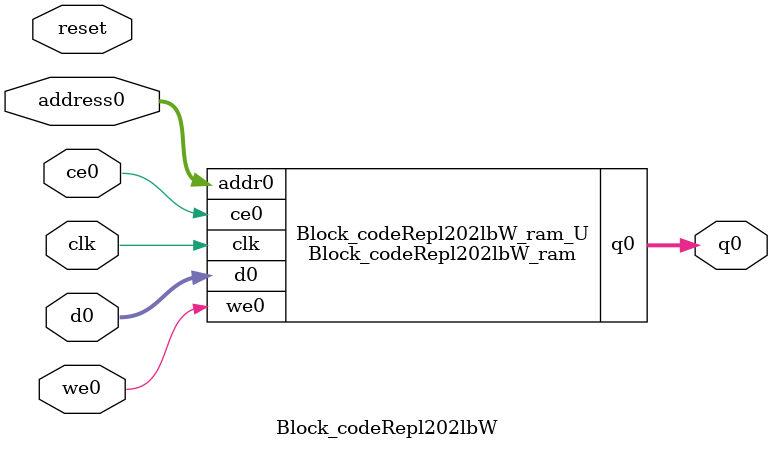
<source format=v>
`timescale 1 ns / 1 ps
module Block_codeRepl202lbW_ram (addr0, ce0, d0, we0, q0,  clk);

parameter DWIDTH = 5;
parameter AWIDTH = 8;
parameter MEM_SIZE = 162;

input[AWIDTH-1:0] addr0;
input ce0;
input[DWIDTH-1:0] d0;
input we0;
output reg[DWIDTH-1:0] q0;
input clk;

(* ram_style = "distributed" *)reg [DWIDTH-1:0] ram[0:MEM_SIZE-1];




always @(posedge clk)  
begin 
    if (ce0) begin
        if (we0) 
            ram[addr0] <= d0; 
        q0 <= ram[addr0];
    end
end


endmodule

`timescale 1 ns / 1 ps
module Block_codeRepl202lbW(
    reset,
    clk,
    address0,
    ce0,
    we0,
    d0,
    q0);

parameter DataWidth = 32'd5;
parameter AddressRange = 32'd162;
parameter AddressWidth = 32'd8;
input reset;
input clk;
input[AddressWidth - 1:0] address0;
input ce0;
input we0;
input[DataWidth - 1:0] d0;
output[DataWidth - 1:0] q0;



Block_codeRepl202lbW_ram Block_codeRepl202lbW_ram_U(
    .clk( clk ),
    .addr0( address0 ),
    .ce0( ce0 ),
    .we0( we0 ),
    .d0( d0 ),
    .q0( q0 ));

endmodule


</source>
